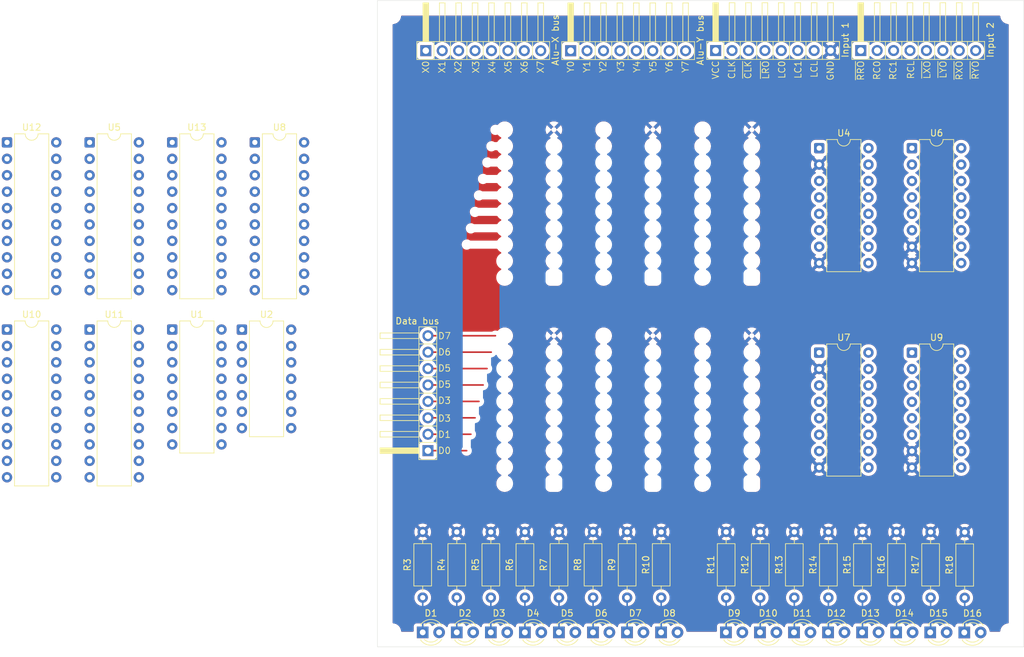
<source format=kicad_pcb>
(kicad_pcb (version 20241229) (generator "pcbnew") (generator_version "9.0")
  (layers (0 "F.Cu" signal) (2 "B.Cu" signal) (13 "F.Paste" user) (15 "B.Paste" user) (5 "F.SilkS" user "F.Silkscreen") (7 "B.SilkS" user "B.Silkscreen") (1 "F.Mask" user) (3 "B.Mask" user) (25 "Edge.Cuts" user))
  (net 0 "")
  (net 1 "Net-(D1-K)")
  (net 2 "/Alu selector L-X/Q0")
  (net 3 "/Alu selector L-X/Q1")
  (net 4 "Net-(D2-K)")
  (net 5 "Net-(D3-K)")
  (net 6 "/Alu selector L-X/Q2")
  (net 7 "Net-(D4-K)")
  (net 8 "/Alu selector L-X/Q3")
  (net 9 "Net-(D5-K)")
  (net 10 "/Alu selector L-X/Q4")
  (net 11 "Net-(D6-K)")
  (net 12 "/Alu selector L-X/Q5")
  (net 13 "Net-(D7-K)")
  (net 14 "/Alu selector L-X/Q6")
  (net 15 "Net-(D8-K)")
  (net 16 "/Alu selector L-X/Q7")
  (net 17 "Net-(D9-K)")
  (net 18 "/Alu selector R-X/Q0")
  (net 19 "Net-(D10-K)")
  (net 20 "/Alu selector R-X/Q1")
  (net 21 "Net-(D11-K)")
  (net 22 "/Alu selector R-X/Q2")
  (net 23 "/Alu selector R-X/Q3")
  (net 24 "Net-(D12-K)")
  (net 25 "Net-(D13-K)")
  (net 26 "/Alu selector R-X/Q4")
  (net 27 "/Alu selector R-X/Q5")
  (net 28 "Net-(D14-K)")
  (net 29 "/Alu selector R-X/Q6")
  (net 30 "Net-(D15-K)")
  (net 31 "Net-(D16-K)")
  (net 32 "/Alu selector R-X/Q7")
  (net 33 "D7")
  (net 34 "D0")
  (net 35 "D6")
  (net 36 "D5")
  (net 37 "D1")
  (net 38 "D2")
  (net 39 "D4")
  (net 40 "D3")
  (net 41 "X6")
  (net 42 "X3")
  (net 43 "X1")
  (net 44 "X0")
  (net 45 "X7")
  (net 46 "X2")
  (net 47 "X4")
  (net 48 "X5")
  (net 49 "Y2")
  (net 50 "Y6")
  (net 51 "Y7")
  (net 52 "Y5")
  (net 53 "Y1")
  (net 54 "Y0")
  (net 55 "Y4")
  (net 56 "Y3")
  (net 57 "~{LRO}")
  (net 58 "LCL")
  (net 59 "~{CLK}")
  (net 60 "CLK")
  (net 61 "VCC")
  (net 62 "LC1")
  (net 63 "GND")
  (net 64 "LC0")
  (net 65 "~{RXO}")
  (net 66 "~{RYO}")
  (net 67 "~{LXO}")
  (net 68 "RC1")
  (net 69 "RCL")
  (net 70 "RC0")
  (net 71 "~{RRO}")
  (net 72 "~{LYO}")
  (net 73 "/Shift register L/~{MR}")
  (net 74 "/Shift register L/S0")
  (net 75 "/Shift register L/S1")
  (net 76 "/Shift register R/~{MR}")
  (net 77 "/Shift register R/S1")
  (net 78 "/Shift register R/S0")
  (net 79 "Net-(U1A-O3)")
  (net 80 "Net-(U1A-O1)")
  (net 81 "Net-(U1B-O3)")
  (net 83 "Net-(U1B-O2)")
  (net 84 "Net-(U1A-O2)")
  (net 85 "~{LRI}")
  (net 86 "~{RRI}")
  (net 87 "Net-(U1B-O1)")
  (footprint "Resistor_THT:R_Axial_DIN0207_L6.3mm_D2.5mm_P10.16mm_Horizontal" (layer "F.Cu") (at 58 135.505 90)
    (property "Reference" "R3")
    (property "Value" "220")
  )
  (footprint "Custom:PinHeader_1x08_P2.54mm_Horizontal" (layer "F.Cu") (at 125.77 53.615 90)
    (property "Reference" "J5" (hide yes))
    (property "Value" "Input 2")
  )
  (footprint "Resistor_THT:R_Axial_DIN0207_L6.3mm_D2.5mm_P10.16mm_Horizontal" (layer "F.Cu") (at 84.357143 135.505 90)
    (property "Reference" "R8")
    (property "Value" "220")
  )
  (footprint "LED_THT:LED_D3.0mm" (layer "F.Cu") (at 68.537143 140.875)
    (property "Reference" "D3")
    (property "Value" "RED")
  )
  (footprint "Package_DIP:DIP-20_W7.62mm" (layer "F.Cu") (at 6.47 94.025)
    (property "Reference" "U11")
    (property "Value" "74LS245")
  )
  (footprint "LED_THT:LED_D3.0mm" (layer "F.Cu") (at 73.805714 140.875)
    (property "Reference" "D4")
    (property "Value" "RED")
  )
  (footprint "Resistor_THT:R_Axial_DIN0207_L6.3mm_D2.5mm_P10.16mm_Horizontal" (layer "F.Cu") (at 104.95 135.505 90)
    (property "Reference" "R11")
    (property "Value" "220")
  )
  (footprint "MountingHole:MountingHole_2.1mm" (layer "F.Cu") (at 148.65 140.785)
    (property "Reference" "REF**" (hide yes))
    (property "Value" "MountingHole_2.1mm" (hide yes))
  )
  (footprint "Resistor_THT:R_Axial_DIN0207_L6.3mm_D2.5mm_P10.16mm_Horizontal" (layer "F.Cu") (at 73.814286 135.505 90)
    (property "Reference" "R6")
    (property "Value" "220")
  )
  (footprint "Resistor_THT:R_Axial_DIN0207_L6.3mm_D2.5mm_P10.16mm_Horizontal" (layer "F.Cu") (at 126.035714 135.505 90)
    (property "Reference" "R15")
    (property "Value" "220")
  )
  (footprint "Package_DIP:DIP-16_W7.62mm" (layer "F.Cu") (at 119.34 65.965)
    (property "Reference" "U4")
    (property "Value" "74LS194")
  )
  (footprint "Resistor_THT:R_Axial_DIN0207_L6.3mm_D2.5mm_P10.16mm_Horizontal" (layer "F.Cu") (at 131.307143 135.505 90)
    (property "Reference" "R16")
    (property "Value" "220")
  )
  (footprint "Package_DIP:DIP-20_W7.62mm" (layer "F.Cu") (at -6.31 94.025)
    (property "Reference" "U10")
    (property "Value" "74LS245")
  )
  (footprint "Package_DIP:DIP-16_W7.62mm" (layer "F.Cu") (at 133.69 97.595)
    (property "Reference" "U9")
    (property "Value" "74LS194")
  )
  (footprint "Custom:PinHeader_1x08_P2.54mm_Horizontal" (layer "F.Cu") (at 103.32 53.615 90)
    (property "Reference" "J4" (hide yes))
    (property "Value" "Input 1")
  )
  (footprint "Package_DIP:DIP-20_W7.62mm" (layer "F.Cu") (at -6.31 65.075)
    (property "Reference" "U12")
    (property "Value" "74LS245")
  )
  (footprint "Package_DIP:DIP-20_W7.62mm" (layer "F.Cu") (at 19.25 65.075)
    (property "Reference" "U13")
    (property "Value" "74LS245")
  )
  (footprint "Resistor_THT:R_Axial_DIN0207_L6.3mm_D2.5mm_P10.16mm_Horizontal" (layer "F.Cu") (at 89.628571 135.505 90)
    (property "Reference" "R9")
    (property "Value" "220")
  )
  (footprint "Resistor_THT:R_Axial_DIN0207_L6.3mm_D2.5mm_P10.16mm_Horizontal" (layer "F.Cu") (at 141.85 135.535 90)
    (property "Reference" "R18")
    (property "Value" "220")
  )
  (footprint "LED_THT:LED_D3.0mm" (layer "F.Cu") (at 110.177857 140.875)
    (property "Reference" "D10")
    (property "Value" "RED")
  )
  (footprint "Package_DIP:DIP-16_W7.62mm" (layer "F.Cu") (at 133.69 65.965)
    (property "Reference" "U6")
    (property "Value" "74LS194")
  )
  (footprint "Resistor_THT:R_Axial_DIN0207_L6.3mm_D2.5mm_P10.16mm_Horizontal" (layer "F.Cu") (at 120.764286 135.505 90)
    (property "Reference" "R14")
    (property "Value" "220")
  )
  (footprint "Package_DIP:DIP-20_W7.62mm" (layer "F.Cu") (at 6.47 65.075)
    (property "Reference" "U5")
    (property "Value" "74LS245")
  )
  (footprint "LED_THT:LED_D3.0mm" (layer "F.Cu") (at 79.074286 140.875)
    (property "Reference" "D5")
    (property "Value" "RED")
  )
  (footprint "LED_THT:LED_D3.0mm" (layer "F.Cu") (at 141.785 140.89)
    (property "Reference" "D16")
    (property "Value" "RED")
  )
  (footprint "Resistor_THT:R_Axial_DIN0207_L6.3mm_D2.5mm_P10.16mm_Horizontal" (layer "F.Cu") (at 115.492857 135.505 90)
    (property "Reference" "R13")
    (property "Value" "220")
  )
  (footprint "LED_THT:LED_D3.0mm" (layer "F.Cu") (at 89.611429 140.875)
    (property "Reference" "D7")
    (property "Value" "RED")
  )
  (footprint "LED_THT:LED_D3.0mm" (layer "F.Cu") (at 125.981429 140.875)
    (property "Reference" "D13")
    (property "Value" "RED")
  )
  (footprint "LED_THT:LED_D3.0mm" (layer "F.Cu") (at 120.713571 140.875)
    (property "Reference" "D12")
    (property "Value" "RED")
  )
  (footprint "Resistor_THT:R_Axial_DIN0207_L6.3mm_D2.5mm_P10.16mm_Horizontal" (layer "F.Cu") (at 79.085714 135.505 90)
    (property "Reference" "R7")
    (property "Value" "220")
  )
  (footprint "Package_DIP:DIP-14_W7.62mm" (layer "F.Cu") (at 30.03 94.035)
    (property "Reference" "U2")
    (property "Value" "74LS00")
  )
  (footprint "LED_THT:LED_D3.0mm" (layer "F.Cu") (at 84.342857 140.875)
    (property "Reference" "D6")
    (property "Value" "RED")
  )
  (footprint "Resistor_THT:R_Axial_DIN0207_L6.3mm_D2.5mm_P10.16mm_Horizontal" (layer "F.Cu") (at 136.578571 135.505 90)
    (property "Reference" "R17")
    (property "Value" "220")
  )
  (footprint "Resistor_THT:R_Axial_DIN0207_L6.3mm_D2.5mm_P10.16mm_Horizontal" (layer "F.Cu") (at 110.221429 135.505 90)
    (property "Reference" "R12")
    (property "Value" "220")
  )
  (footprint "Package_DIP:DIP-16_W7.62mm" (layer "F.Cu") (at 19.25 94.025)
    (property "Reference" "U1")
    (property "Value" "74LS139")
  )
  (footprint "Custom:PinHeader_1x08_P2.54mm_Horizontal" (layer "F.Cu") (at 58.48 53.635 90)
    (property "Reference" "J2" (hide yes))
    (property "Value" "Alu-X bus")
  )
  (footprint "LED_THT:LED_D3.0mm" (layer "F.Cu") (at 63.268571 140.875)
    (property "Reference" "D2")
    (property "Value" "RED")
  )
  (footprint "LED_THT:LED_D3.0mm" (layer "F.Cu") (at 136.517143 140.875)
    (property "Reference" "D15")
    (property "Value" "RED")
  )
  (footprint "LED_THT:LED_D3.0mm" (layer "F.Cu") (at 94.88 140.875)
    (property "Reference" "D8")
    (property "Value" "RED")
  )
  (footprint "LED_THT:LED_D3.0mm" (layer "F.Cu") (at 104.91 140.875)
    (property "Reference" "D9")
    (property "Value" "RED")
  )
  (footprint "LED_THT:LED_D3.0mm" (layer "F.Cu") (at 115.445714 140.875)
    (property "Reference" "D11")
    (property "Value" "RED")
  )
  (footprint "Resistor_THT:R_Axial_DIN0207_L6.3mm_D2.5mm_P10.16mm_Horizontal" (layer "F.Cu") (at 63.271429 135.505 90)
    (property "Reference" "R4")
    (property "Value" "220")
  )
  (footprint "Custom:PinHeader_1x08_P2.54mm_Horizontal" (layer "F.Cu") (at 80.89 53.645 90)
    (property "Reference" "J3" (hide yes))
    (property "Value" "Alu-Y bus")
  )
  (footprint "LED_THT:LED_D3.0mm" (layer "F.Cu") (at 131.249286 140.875)
    (property "Reference" "D14")
    (property "Value" "RED")
  )
  (footprint "MountingHole:MountingHole_2.1mm" (layer "F.Cu") (at 53.36 45.465)
    (property "Reference" "REF**" (hide yes))
    (property "Value" "MountingHole_2.1mm" (hide yes))
  )
  (footprint "Resistor_THT:R_Axial_DIN0207_L6.3mm_D2.5mm_P10.16mm_Horizontal" (layer "F.Cu") (at 68.542857 135.505 90)
    (property "Reference" "R5")
    (property "Value" "220")
  )
  (footprint "MountingHole:MountingHole_2.1mm" (layer "F.Cu") (at 148.65 45.465)
    (property "Reference" "REF**" (hide yes))
    (property "Value" "MountingHole_2.1mm" (hide yes))
  )
  (footprint "Package_DIP:DIP-16_W7.62mm" (layer "F.Cu") (at 119.34 97.595)
    (property "Reference" "U7")
    (property "Value" "74LS194")
  )
  (footprint "Package_DIP:DIP-20_W7.62mm" (layer "F.Cu") (at 32.03 65.075)
    (property "Reference" "U8")
    (property "Value" "74LS245")
  )
  (footprint "LED_THT:LED_D3.0mm" (layer "F.Cu") (at 58 140.875)
    (property "Reference" "D1")
    (property "Value" "RED")
  )
  (footprint "MountingHole:MountingHole_2.1mm" (layer "F.Cu") (at 53.36 140.785)
    (property "Reference" "REF**" (hide yes))
    (property "Value" "MountingHole_2.1mm" (hide yes))
  )
  (footprint "Custom:PinHeader_1x08_P2.54mm_Horizontal" (layer "F.Cu") (at 61.56 112.765 180)
    (property "Reference" "J1" (hide yes))
    (property "Value" "Data bus")
  )
  (footprint "Resistor_THT:R_Axial_DIN0207_L6.3mm_D2.5mm_P10.16mm_Horizontal" (layer "F.Cu") (at 94.9 135.505 90)
    (property "Reference" "R10")
    (property "Value" "220")
  )
  (gr_rect (start 51 43.125) (end 151 143.125) (stroke (width 0.05)) (fill no) (layer "Edge.Cuts"))
  (segment (start 58 135.505) (end 58 140.875) (width 0.254) (layer "B.Cu") (net 1))
  (segment (start 63.271429 135.505) (end 63.271429 140.872142) (width 0.254) (layer "B.Cu") (net 4))
  (segment (start 63.271429 140.872142) (end 63.268571 140.875) (width 0.254) (layer "B.Cu") (net 4))
  (segment (start 68.542857 135.505) (end 68.542857 140.869286) (width 0.254) (layer "B.Cu") (net 5))
  (segment (start 68.542857 140.869286) (end 68.537143 140.875) (width 0.254) (layer "B.Cu") (net 5))
  (segment (start 73.814286 140.866428) (end 73.805714 140.875) (width 0.254) (layer "B.Cu") (net 7))
  (segment (start 73.814286 135.505) (end 73.814286 140.866428) (width 0.254) (layer "B.Cu") (net 7))
  (segment (start 79.085714 135.505) (end 79.085714 140.863572) (width 0.254) (layer "B.Cu") (net 9))
  (segment (start 79.085714 140.863572) (end 79.074286 140.875) (width 0.254) (layer "B.Cu") (net 9))
  (segment (start 84.357143 140.860714) (end 84.342857 140.875) (width 0.254) (layer "B.Cu") (net 11))
  (segment (start 84.357143 135.505) (end 84.357143 140.860714) (width 0.254) (layer "B.Cu") (net 11))
  (segment (start 89.628571 140.857858) (end 89.611429 140.875) (width 0.254) (layer "B.Cu") (net 13))
  (segment (start 89.628571 135.505) (end 89.628571 140.857858) (width 0.254) (layer "B.Cu") (net 13))
  (segment (start 94.9 140.855) (end 94.88 140.875) (width 0.254) (layer "B.Cu") (net 15))
  (segment (start 94.9 135.505) (end 94.9 140.855) (width 0.254) (layer "B.Cu") (net 15))
  (segment (start 104.95 140.835) (end 104.91 140.875) (width 0.254) (layer "B.Cu") (net 17))
  (segment (start 104.95 135.505) (end 104.95 140.835) (width 0.254) (layer "B.Cu") (net 17))
  (segment (start 110.221429 135.505) (end 110.221429 140.831428) (width 0.254) (layer "B.Cu") (net 19))
  (segment (start 110.221429 140.831428) (end 110.177857 140.875) (width 0.254) (layer "B.Cu") (net 19))
  (segment (start 115.492857 140.827857) (end 115.445714 140.875) (width 0.254) (layer "B.Cu") (net 21))
  (segment (start 115.492857 135.505) (end 115.492857 140.827857) (width 0.254) (layer "B.Cu") (net 21))
  (segment (start 120.764286 135.505) (end 120.764286 140.824285) (width 0.254) (layer "B.Cu") (net 24))
  (segment (start 120.764286 140.824285) (end 120.713571 140.875) (width 0.254) (layer "B.Cu") (net 24))
  (segment (start 126.035714 140.820715) (end 125.981429 140.875) (width 0.254) (layer "B.Cu") (net 25))
  (segment (start 126.035714 135.505) (end 126.035714 140.820715) (width 0.254) (layer "B.Cu") (net 25))
  (segment (start 131.307143 140.817143) (end 131.249286 140.875) (width 0.254) (layer "B.Cu") (net 28))
  (segment (start 131.307143 135.505) (end 131.307143 140.817143) (width 0.254) (layer "B.Cu") (net 28))
  (segment (start 136.578571 140.813572) (end 136.517143 140.875) (width 0.254) (layer "B.Cu") (net 30))
  (segment (start 136.578571 135.505) (end 136.578571 140.813572) (width 0.254) (layer "B.Cu") (net 30))
  (segment (start 141.85 140.825) (end 141.785 140.89) (width 0.254) (layer "B.Cu") (net 31))
  (segment (start 141.85 135.535) (end 141.85 140.825) (width 0.254) (layer "B.Cu") (net 31))
  (segment (start 58.81 94.985) (end 69.25 94.985) (width 0.254) (layer "F.Cu") (net 33))
  (segment (start 58.81 112.765) (end 64.8 112.765) (width 0.254) (layer "F.Cu") (net 34))
  (segment (start 58.81 97.525) (end 68.6 97.525) (width 0.254) (layer "F.Cu") (net 35))
  (segment (start 58.81 100.065) (end 67.95 100.065) (width 0.254) (layer "F.Cu") (net 36))
  (segment (start 58.81 110.225) (end 65.45 110.225) (width 0.254) (layer "F.Cu") (net 37))
  (segment (start 58.81 107.685) (end 66.1 107.685) (width 0.254) (layer "F.Cu") (net 38))
  (segment (start 58.81 102.605) (end 67.35 102.605) (width 0.254) (layer "F.Cu") (net 39))
  (segment (start 58.81 105.145) (end 66.7 105.145) (width 0.254) (layer "F.Cu") (net 40))
  (zone (net 63) (net_name "GND") (layer "F.Cu") (connect_pads (clearance 0.5)) (min_thickness 0.25) (fill yes (thermal_gap 0.5) (thermal_bridge_width 0.5))
    (polygon (pts (xy 53.36 45.465) (xy 148.65 45.465) (xy 148.65 140.785) (xy 53.36 140.785)))
  )
  (zone (net 63) (net_name "GND") (layer "B.Cu") (priority 1) (connect_pads (clearance 0.5)) (min_thickness 0.25) (fill yes (thermal_gap 0.5) (thermal_bridge_width 0.5))
    (polygon (pts (xy 148.65 140.775) (xy 53.35 140.775) (xy 53.35 45.475) (xy 148.65 45.475)))
  )
)
</source>
